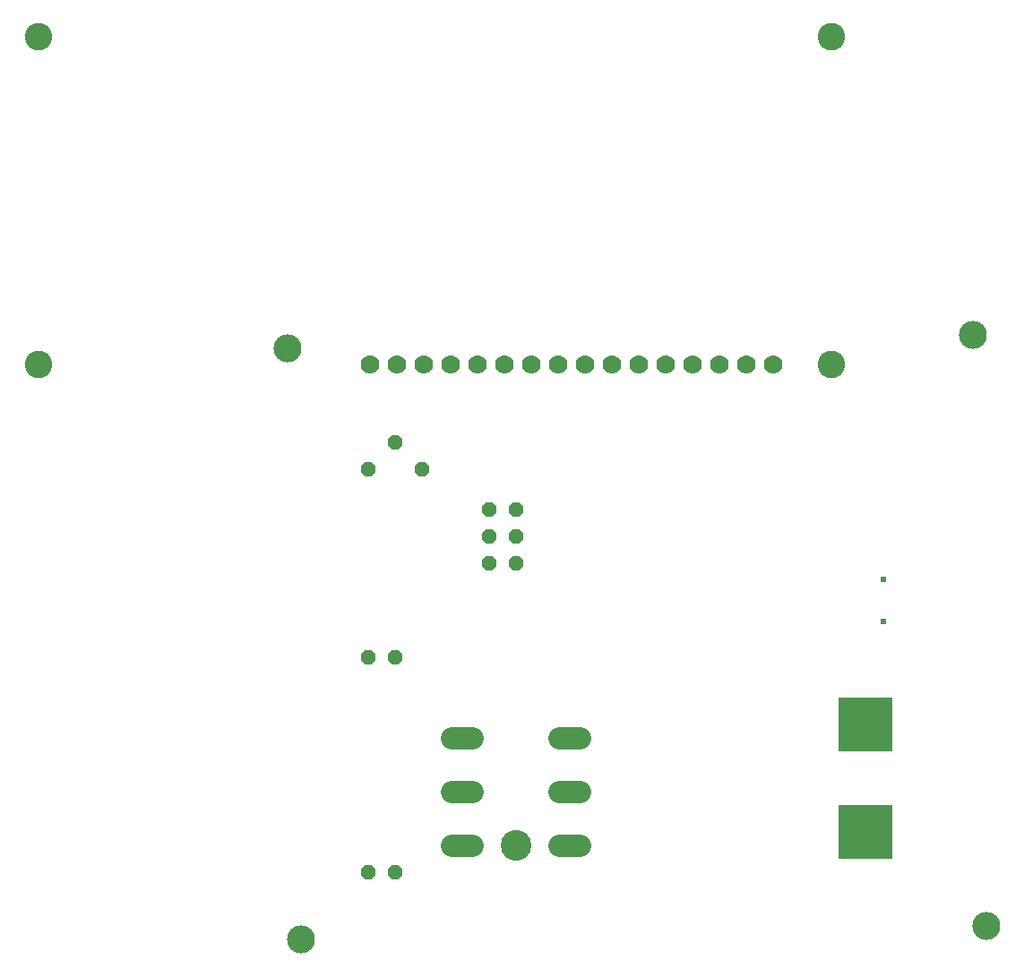
<source format=gbr>
G04 EAGLE Gerber RS-274X export*
G75*
%MOMM*%
%FSLAX34Y34*%
%LPD*%
%INSoldermask Bottom*%
%IPPOS*%
%AMOC8*
5,1,8,0,0,1.08239X$1,22.5*%
G01*
%ADD10C,2.641600*%
%ADD11C,2.082800*%
%ADD12C,2.895600*%
%ADD13P,1.525737X8X112.500000*%
%ADD14C,1.778000*%
%ADD15C,2.601600*%
%ADD16P,1.539592X8X202.500000*%
%ADD17P,1.539592X8X22.500000*%
%ADD18C,0.601600*%
%ADD19R,5.181600X5.181600*%


D10*
X139700Y647700D03*
X152400Y88900D03*
X800100Y101600D03*
X787400Y660400D03*
D11*
X314706Y177800D02*
X294894Y177800D01*
X294894Y228600D02*
X314706Y228600D01*
X314706Y279400D02*
X294894Y279400D01*
X396494Y177800D02*
X416306Y177800D01*
X416306Y228600D02*
X396494Y228600D01*
X396494Y279400D02*
X416306Y279400D01*
D12*
X355600Y177800D03*
D13*
X330200Y469900D03*
X355600Y469900D03*
X330200Y444500D03*
X355600Y444500D03*
X355600Y495300D03*
X330200Y495300D03*
D14*
X599400Y632400D03*
X574000Y632400D03*
X548600Y632400D03*
X523200Y632400D03*
X497800Y632400D03*
X472400Y632400D03*
X447000Y632400D03*
X421600Y632400D03*
X396200Y632400D03*
X370800Y632400D03*
X345400Y632400D03*
X320000Y632400D03*
X294600Y632400D03*
X269200Y632400D03*
X243800Y632400D03*
X218400Y632400D03*
D15*
X654400Y942400D03*
X-95600Y942400D03*
X654400Y632400D03*
X-95600Y632400D03*
D16*
X241300Y355600D03*
X215900Y355600D03*
X241300Y152400D03*
X215900Y152400D03*
D17*
X215900Y533400D03*
X266700Y533400D03*
X241300Y558800D03*
D18*
X703400Y429700D03*
X703400Y389700D03*
D19*
X685800Y292100D03*
X685800Y190500D03*
M02*

</source>
